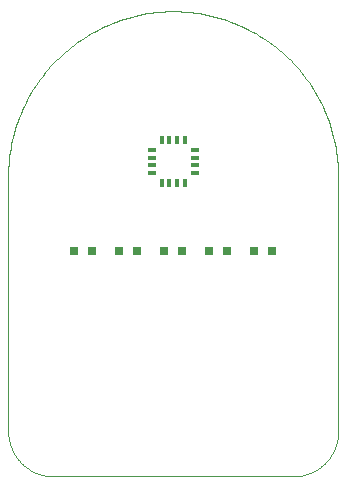
<source format=gtp>
G75*
%MOIN*%
%OFA0B0*%
%FSLAX25Y25*%
%IPPOS*%
%LPD*%
%AMOC8*
5,1,8,0,0,1.08239X$1,22.5*
%
%ADD10C,0.00000*%
%ADD11R,0.02756X0.01181*%
%ADD12R,0.01181X0.02756*%
%ADD13R,0.03150X0.03150*%
D10*
X0021800Y0019006D02*
X0101800Y0019006D01*
X0102162Y0019010D01*
X0102525Y0019024D01*
X0102887Y0019045D01*
X0103248Y0019076D01*
X0103608Y0019115D01*
X0103967Y0019163D01*
X0104325Y0019220D01*
X0104682Y0019285D01*
X0105037Y0019359D01*
X0105390Y0019442D01*
X0105741Y0019533D01*
X0106089Y0019632D01*
X0106435Y0019740D01*
X0106779Y0019856D01*
X0107119Y0019981D01*
X0107456Y0020113D01*
X0107790Y0020254D01*
X0108121Y0020403D01*
X0108448Y0020560D01*
X0108771Y0020724D01*
X0109090Y0020896D01*
X0109404Y0021076D01*
X0109715Y0021264D01*
X0110020Y0021459D01*
X0110321Y0021661D01*
X0110617Y0021871D01*
X0110907Y0022087D01*
X0111193Y0022311D01*
X0111473Y0022541D01*
X0111747Y0022778D01*
X0112015Y0023022D01*
X0112278Y0023272D01*
X0112534Y0023528D01*
X0112784Y0023791D01*
X0113028Y0024059D01*
X0113265Y0024333D01*
X0113495Y0024613D01*
X0113719Y0024899D01*
X0113935Y0025189D01*
X0114145Y0025485D01*
X0114347Y0025786D01*
X0114542Y0026091D01*
X0114730Y0026402D01*
X0114910Y0026716D01*
X0115082Y0027035D01*
X0115246Y0027358D01*
X0115403Y0027685D01*
X0115552Y0028016D01*
X0115693Y0028350D01*
X0115825Y0028687D01*
X0115950Y0029027D01*
X0116066Y0029371D01*
X0116174Y0029717D01*
X0116273Y0030065D01*
X0116364Y0030416D01*
X0116447Y0030769D01*
X0116521Y0031124D01*
X0116586Y0031481D01*
X0116643Y0031839D01*
X0116691Y0032198D01*
X0116730Y0032558D01*
X0116761Y0032919D01*
X0116782Y0033281D01*
X0116796Y0033644D01*
X0116800Y0034006D01*
X0116800Y0119006D01*
X0116784Y0120345D01*
X0116735Y0121684D01*
X0116653Y0123021D01*
X0116539Y0124355D01*
X0116393Y0125687D01*
X0116214Y0127014D01*
X0116003Y0128337D01*
X0115759Y0129654D01*
X0115484Y0130965D01*
X0115177Y0132268D01*
X0114838Y0133564D01*
X0114468Y0134851D01*
X0114067Y0136129D01*
X0113634Y0137397D01*
X0113171Y0138654D01*
X0112677Y0139899D01*
X0112153Y0141132D01*
X0111600Y0142351D01*
X0111016Y0143557D01*
X0110404Y0144748D01*
X0109763Y0145924D01*
X0109093Y0147084D01*
X0108395Y0148227D01*
X0107670Y0149353D01*
X0106917Y0150461D01*
X0106138Y0151551D01*
X0105332Y0152621D01*
X0104501Y0153671D01*
X0103644Y0154700D01*
X0102762Y0155709D01*
X0101857Y0156695D01*
X0100927Y0157659D01*
X0099974Y0158601D01*
X0098999Y0159519D01*
X0098001Y0160412D01*
X0096982Y0161282D01*
X0095942Y0162126D01*
X0094882Y0162944D01*
X0093802Y0163737D01*
X0092704Y0164503D01*
X0091586Y0165242D01*
X0090452Y0165954D01*
X0089300Y0166637D01*
X0088132Y0167293D01*
X0086948Y0167920D01*
X0085750Y0168518D01*
X0084537Y0169086D01*
X0083311Y0169625D01*
X0082072Y0170134D01*
X0080821Y0170612D01*
X0079558Y0171060D01*
X0078286Y0171477D01*
X0077003Y0171863D01*
X0075711Y0172218D01*
X0074411Y0172541D01*
X0073104Y0172832D01*
X0071790Y0173091D01*
X0070470Y0173318D01*
X0069145Y0173513D01*
X0067815Y0173676D01*
X0066482Y0173806D01*
X0065147Y0173904D01*
X0063809Y0173969D01*
X0062470Y0174002D01*
X0061130Y0174002D01*
X0059791Y0173969D01*
X0058453Y0173904D01*
X0057118Y0173806D01*
X0055785Y0173676D01*
X0054455Y0173513D01*
X0053130Y0173318D01*
X0051810Y0173091D01*
X0050496Y0172832D01*
X0049189Y0172541D01*
X0047889Y0172218D01*
X0046597Y0171863D01*
X0045314Y0171477D01*
X0044042Y0171060D01*
X0042779Y0170612D01*
X0041528Y0170134D01*
X0040289Y0169625D01*
X0039063Y0169086D01*
X0037850Y0168518D01*
X0036652Y0167920D01*
X0035468Y0167293D01*
X0034300Y0166637D01*
X0033148Y0165954D01*
X0032014Y0165242D01*
X0030896Y0164503D01*
X0029798Y0163737D01*
X0028718Y0162944D01*
X0027658Y0162126D01*
X0026618Y0161282D01*
X0025599Y0160412D01*
X0024601Y0159519D01*
X0023626Y0158601D01*
X0022673Y0157659D01*
X0021743Y0156695D01*
X0020838Y0155709D01*
X0019956Y0154700D01*
X0019099Y0153671D01*
X0018268Y0152621D01*
X0017462Y0151551D01*
X0016683Y0150461D01*
X0015930Y0149353D01*
X0015205Y0148227D01*
X0014507Y0147084D01*
X0013837Y0145924D01*
X0013196Y0144748D01*
X0012584Y0143557D01*
X0012000Y0142351D01*
X0011447Y0141132D01*
X0010923Y0139899D01*
X0010429Y0138654D01*
X0009966Y0137397D01*
X0009533Y0136129D01*
X0009132Y0134851D01*
X0008762Y0133564D01*
X0008423Y0132268D01*
X0008116Y0130965D01*
X0007841Y0129654D01*
X0007597Y0128337D01*
X0007386Y0127014D01*
X0007207Y0125687D01*
X0007061Y0124355D01*
X0006947Y0123021D01*
X0006865Y0121684D01*
X0006816Y0120345D01*
X0006800Y0119006D01*
X0006800Y0034006D01*
X0006804Y0033644D01*
X0006818Y0033281D01*
X0006839Y0032919D01*
X0006870Y0032558D01*
X0006909Y0032198D01*
X0006957Y0031839D01*
X0007014Y0031481D01*
X0007079Y0031124D01*
X0007153Y0030769D01*
X0007236Y0030416D01*
X0007327Y0030065D01*
X0007426Y0029717D01*
X0007534Y0029371D01*
X0007650Y0029027D01*
X0007775Y0028687D01*
X0007907Y0028350D01*
X0008048Y0028016D01*
X0008197Y0027685D01*
X0008354Y0027358D01*
X0008518Y0027035D01*
X0008690Y0026716D01*
X0008870Y0026402D01*
X0009058Y0026091D01*
X0009253Y0025786D01*
X0009455Y0025485D01*
X0009665Y0025189D01*
X0009881Y0024899D01*
X0010105Y0024613D01*
X0010335Y0024333D01*
X0010572Y0024059D01*
X0010816Y0023791D01*
X0011066Y0023528D01*
X0011322Y0023272D01*
X0011585Y0023022D01*
X0011853Y0022778D01*
X0012127Y0022541D01*
X0012407Y0022311D01*
X0012693Y0022087D01*
X0012983Y0021871D01*
X0013279Y0021661D01*
X0013580Y0021459D01*
X0013885Y0021264D01*
X0014196Y0021076D01*
X0014510Y0020896D01*
X0014829Y0020724D01*
X0015152Y0020560D01*
X0015479Y0020403D01*
X0015810Y0020254D01*
X0016144Y0020113D01*
X0016481Y0019981D01*
X0016821Y0019856D01*
X0017165Y0019740D01*
X0017511Y0019632D01*
X0017859Y0019533D01*
X0018210Y0019442D01*
X0018563Y0019359D01*
X0018918Y0019285D01*
X0019275Y0019220D01*
X0019633Y0019163D01*
X0019992Y0019115D01*
X0020352Y0019076D01*
X0020713Y0019045D01*
X0021075Y0019024D01*
X0021438Y0019010D01*
X0021800Y0019006D01*
D11*
X0054713Y0120148D03*
X0054713Y0122707D03*
X0054713Y0125266D03*
X0054713Y0127825D03*
X0068887Y0127825D03*
X0068887Y0125266D03*
X0068887Y0122707D03*
X0068887Y0120148D03*
D12*
X0065658Y0116919D03*
X0063099Y0116919D03*
X0060540Y0116919D03*
X0057981Y0116919D03*
X0057981Y0131093D03*
X0060540Y0131093D03*
X0063099Y0131093D03*
X0065658Y0131093D03*
D13*
X0064753Y0094006D03*
X0058847Y0094006D03*
X0049753Y0094006D03*
X0043847Y0094006D03*
X0034753Y0094006D03*
X0028847Y0094006D03*
X0073847Y0094006D03*
X0079753Y0094006D03*
X0088847Y0094006D03*
X0094753Y0094006D03*
M02*

</source>
